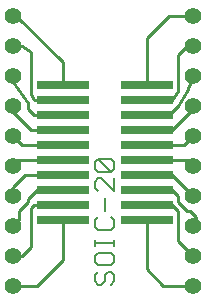
<source format=gtl>
G75*
G70*
%OFA0B0*%
%FSLAX24Y24*%
%IPPOS*%
%LPD*%
%AMOC8*
5,1,8,0,0,1.08239X$1,22.5*
%
%ADD10C,0.0060*%
%ADD11R,0.1750X0.0250*%
%ADD12C,0.0550*%
%ADD13C,0.0100*%
D10*
X005725Y006675D02*
X005298Y006675D01*
X005725Y006248D01*
X005831Y006354D01*
X005831Y006568D01*
X005725Y006675D01*
X005725Y006248D02*
X005298Y006248D01*
X005191Y006354D01*
X005191Y006568D01*
X005298Y006675D01*
X005298Y006030D02*
X005191Y005923D01*
X005191Y005710D01*
X005298Y005603D01*
X005511Y005386D02*
X005511Y004959D01*
X005298Y004741D02*
X005191Y004634D01*
X005191Y004421D01*
X005298Y004314D01*
X005725Y004314D01*
X005831Y004421D01*
X005831Y004634D01*
X005725Y004741D01*
X005831Y003991D02*
X005831Y003777D01*
X005831Y003884D02*
X005191Y003884D01*
X005191Y003777D02*
X005191Y003991D01*
X005298Y003559D02*
X005191Y003453D01*
X005191Y003239D01*
X005298Y003132D01*
X005725Y003132D01*
X005831Y003239D01*
X005831Y003453D01*
X005725Y003559D01*
X005298Y003559D01*
X005298Y002915D02*
X005191Y002808D01*
X005191Y002595D01*
X005298Y002488D01*
X005404Y002488D01*
X005511Y002595D01*
X005511Y002808D01*
X005618Y002915D01*
X005725Y002915D01*
X005831Y002808D01*
X005831Y002595D01*
X005725Y002488D01*
X005831Y005603D02*
X005404Y006030D01*
X005298Y006030D01*
X005831Y006030D02*
X005831Y005603D01*
D11*
X006911Y005658D03*
X006911Y005158D03*
X006911Y004658D03*
X006911Y006158D03*
X006911Y006658D03*
X006911Y007158D03*
X006911Y007658D03*
X006911Y008158D03*
X006911Y008658D03*
X006911Y009158D03*
X004111Y009158D03*
X004111Y008658D03*
X004111Y008158D03*
X004111Y007658D03*
X004111Y007158D03*
X004111Y006658D03*
X004111Y006158D03*
X004111Y005658D03*
X004111Y005158D03*
X004111Y004658D03*
D12*
X002461Y004458D03*
X002461Y005458D03*
X002461Y006458D03*
X002461Y007458D03*
X002461Y008458D03*
X002461Y009458D03*
X002461Y010458D03*
X002461Y011458D03*
X008461Y011458D03*
X008461Y010458D03*
X008461Y009458D03*
X008461Y008458D03*
X008461Y007458D03*
X008461Y006458D03*
X008461Y005458D03*
X008461Y004458D03*
X008461Y003458D03*
X008461Y002458D03*
X002461Y002458D03*
X002461Y003458D03*
D13*
X002461Y002458D02*
X002361Y002458D01*
X002461Y002458D02*
X003261Y002458D01*
X004111Y003308D01*
X004111Y004658D01*
X004111Y005158D02*
X003161Y005158D01*
X003061Y005058D01*
X003061Y003758D01*
X002761Y003458D01*
X002461Y003458D01*
X002461Y004458D02*
X002661Y004658D01*
X002661Y004958D01*
X002961Y005258D01*
X002961Y005358D01*
X003261Y005658D01*
X004111Y005658D01*
X004111Y006158D02*
X002861Y006158D01*
X002461Y005758D01*
X002461Y005458D01*
X002461Y006458D02*
X002661Y006658D01*
X004111Y006658D01*
X004111Y007158D02*
X002761Y007158D01*
X002461Y007458D01*
X003061Y007658D02*
X002461Y008258D01*
X002461Y008458D01*
X002961Y008558D02*
X002961Y008358D01*
X003161Y008158D01*
X004111Y008158D01*
X004111Y007658D02*
X003061Y007658D01*
X002961Y008558D02*
X002461Y009258D01*
X002461Y009458D01*
X002461Y009558D01*
X003061Y010258D02*
X003061Y008858D01*
X003161Y008658D01*
X004111Y008658D01*
X004111Y009158D02*
X004111Y009908D01*
X002561Y011458D01*
X002461Y011458D01*
X002461Y010458D02*
X002761Y010458D01*
X003061Y010258D01*
X006911Y010708D02*
X006911Y009158D01*
X006911Y008658D02*
X007761Y008658D01*
X007961Y008958D01*
X007961Y010158D01*
X008261Y010458D01*
X008461Y010458D01*
X008461Y011458D02*
X007661Y011458D01*
X006911Y010708D01*
X008461Y009458D02*
X008261Y008958D01*
X007961Y008458D01*
X007661Y008158D01*
X006911Y008158D01*
X006911Y007658D02*
X007761Y007658D01*
X008461Y008358D01*
X008461Y008458D01*
X008461Y007458D02*
X008161Y007158D01*
X006911Y007158D01*
X006911Y006658D02*
X008261Y006658D01*
X008461Y006458D01*
X007761Y006158D02*
X008461Y005458D01*
X008361Y004958D02*
X008261Y004958D01*
X007961Y005258D01*
X007961Y005458D01*
X007761Y005658D01*
X006911Y005658D01*
X006911Y005158D02*
X007761Y005158D01*
X007961Y004958D01*
X007961Y003958D01*
X008461Y003458D01*
X008461Y002458D02*
X007461Y002458D01*
X006911Y003008D01*
X006911Y004658D01*
X006911Y006158D02*
X007761Y006158D01*
X008361Y004958D02*
X008561Y004758D01*
X008561Y004658D01*
X008461Y004558D01*
X008461Y004458D01*
M02*

</source>
